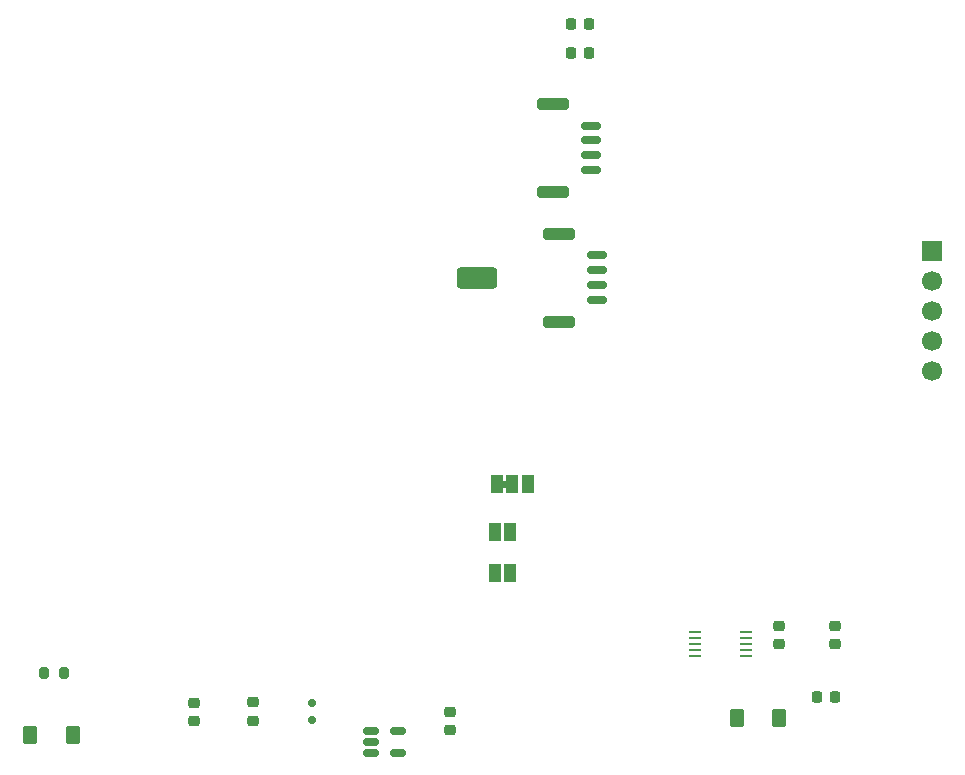
<source format=gbr>
%TF.GenerationSoftware,KiCad,Pcbnew,9.0.1+1*%
%TF.CreationDate,2025-10-02T16:49:50+00:00*%
%TF.ProjectId,TFI2CADC01,54464932-4341-4444-9330-312e6b696361,rev?*%
%TF.SameCoordinates,PX7cee6c0PY700e860*%
%TF.FileFunction,Copper,L1,Top*%
%TF.FilePolarity,Positive*%
%FSLAX46Y46*%
G04 Gerber Fmt 4.6, Leading zero omitted, Abs format (unit mm)*
G04 Created by KiCad (PCBNEW 9.0.1+1) date 2025-10-02 16:49:50*
%MOMM*%
%LPD*%
G01*
G04 APERTURE LIST*
G04 Aperture macros list*
%AMRoundRect*
0 Rectangle with rounded corners*
0 $1 Rounding radius*
0 $2 $3 $4 $5 $6 $7 $8 $9 X,Y pos of 4 corners*
0 Add a 4 corners polygon primitive as box body*
4,1,4,$2,$3,$4,$5,$6,$7,$8,$9,$2,$3,0*
0 Add four circle primitives for the rounded corners*
1,1,$1+$1,$2,$3*
1,1,$1+$1,$4,$5*
1,1,$1+$1,$6,$7*
1,1,$1+$1,$8,$9*
0 Add four rect primitives between the rounded corners*
20,1,$1+$1,$2,$3,$4,$5,0*
20,1,$1+$1,$4,$5,$6,$7,0*
20,1,$1+$1,$6,$7,$8,$9,0*
20,1,$1+$1,$8,$9,$2,$3,0*%
G04 Aperture macros list end*
%TA.AperFunction,EtchedComponent*%
%ADD10C,0.000000*%
%TD*%
%TA.AperFunction,SMDPad,CuDef*%
%ADD11RoundRect,0.150000X-0.512500X-0.150000X0.512500X-0.150000X0.512500X0.150000X-0.512500X0.150000X0*%
%TD*%
%TA.AperFunction,SMDPad,CuDef*%
%ADD12R,1.000000X1.500000*%
%TD*%
%TA.AperFunction,SMDPad,CuDef*%
%ADD13RoundRect,0.250000X-1.450000X-0.650000X1.450000X-0.650000X1.450000X0.650000X-1.450000X0.650000X0*%
%TD*%
%TA.AperFunction,SMDPad,CuDef*%
%ADD14RoundRect,0.218750X-0.256250X0.218750X-0.256250X-0.218750X0.256250X-0.218750X0.256250X0.218750X0*%
%TD*%
%TA.AperFunction,SMDPad,CuDef*%
%ADD15RoundRect,0.218750X-0.218750X-0.256250X0.218750X-0.256250X0.218750X0.256250X-0.218750X0.256250X0*%
%TD*%
%TA.AperFunction,SMDPad,CuDef*%
%ADD16RoundRect,0.150000X0.200000X-0.150000X0.200000X0.150000X-0.200000X0.150000X-0.200000X-0.150000X0*%
%TD*%
%TA.AperFunction,SMDPad,CuDef*%
%ADD17RoundRect,0.150000X-0.700000X0.150000X-0.700000X-0.150000X0.700000X-0.150000X0.700000X0.150000X0*%
%TD*%
%TA.AperFunction,SMDPad,CuDef*%
%ADD18RoundRect,0.250000X-1.100000X0.250000X-1.100000X-0.250000X1.100000X-0.250000X1.100000X0.250000X0*%
%TD*%
%TA.AperFunction,ComponentPad*%
%ADD19R,1.700000X1.700000*%
%TD*%
%TA.AperFunction,ComponentPad*%
%ADD20C,1.700000*%
%TD*%
%TA.AperFunction,SMDPad,CuDef*%
%ADD21RoundRect,0.218750X0.256250X-0.218750X0.256250X0.218750X-0.256250X0.218750X-0.256250X-0.218750X0*%
%TD*%
%TA.AperFunction,SMDPad,CuDef*%
%ADD22RoundRect,0.166667X0.458333X0.583333X-0.458333X0.583333X-0.458333X-0.583333X0.458333X-0.583333X0*%
%TD*%
%TA.AperFunction,SMDPad,CuDef*%
%ADD23RoundRect,0.166667X-0.458333X-0.583333X0.458333X-0.583333X0.458333X0.583333X-0.458333X0.583333X0*%
%TD*%
%TA.AperFunction,SMDPad,CuDef*%
%ADD24RoundRect,0.200000X-0.200000X-0.275000X0.200000X-0.275000X0.200000X0.275000X-0.200000X0.275000X0*%
%TD*%
%TA.AperFunction,SMDPad,CuDef*%
%ADD25R,1.100000X0.250000*%
%TD*%
G04 APERTURE END LIST*
D10*
%TA.AperFunction,EtchedComponent*%
%TO.C,JP1*%
G36*
X-11700000Y-2050000D02*
G01*
X-12200000Y-2050000D01*
X-12200000Y-1450000D01*
X-11700000Y-1450000D01*
X-11700000Y-2050000D01*
G37*
%TD.AperFunction*%
%TD*%
D11*
%TO.P,U1,1,VIN*%
%TO.N,+5V*%
X-23275000Y-22600000D03*
%TO.P,U1,2,GND*%
%TO.N,GND*%
X-23275000Y-23550000D03*
%TO.P,U1,3,EN*%
%TO.N,+5V*%
X-23275000Y-24500000D03*
%TO.P,U1,4,NC*%
%TO.N,unconnected-(U1-NC-Pad4)*%
X-21000000Y-24500000D03*
%TO.P,U1,5,VOUT*%
%TO.N,+3V3*%
X-21000000Y-22600000D03*
%TD*%
D12*
%TO.P,JP2,1,A*%
%TO.N,/ADDR*%
X-12750000Y-5750000D03*
%TO.P,JP2,2,B*%
%TO.N,/SDA*%
X-11450000Y-5750000D03*
%TD*%
D13*
%TO.P,J2,1,1*%
%TO.N,/ALERT{slash}RDY*%
X-14250000Y15750000D03*
%TD*%
D14*
%TO.P,C2,1*%
%TO.N,+5V*%
X-33250000Y-20212500D03*
%TO.P,C2,2*%
%TO.N,GND*%
X-33250000Y-21787500D03*
%TD*%
D15*
%TO.P,R3,1*%
%TO.N,+3V3*%
X-6362500Y34750000D03*
%TO.P,R3,2*%
%TO.N,/SDA*%
X-4787500Y34750000D03*
%TD*%
D12*
%TO.P,JP3,1,A*%
%TO.N,/ADDR*%
X-12750000Y-9300000D03*
%TO.P,JP3,2,B*%
%TO.N,/SCL*%
X-11450000Y-9300000D03*
%TD*%
D14*
%TO.P,C1,1*%
%TO.N,+5V*%
X-38250000Y-20237500D03*
%TO.P,C1,2*%
%TO.N,GND*%
X-38250000Y-21812500D03*
%TD*%
D16*
%TO.P,D2,1,K*%
%TO.N,+5V*%
X-28250000Y-20300000D03*
%TO.P,D2,2,A*%
%TO.N,GND*%
X-28250000Y-21700000D03*
%TD*%
D17*
%TO.P,J3,1*%
%TO.N,+5V*%
X-4150000Y17625000D03*
%TO.P,J3,2*%
%TO.N,/SCL*%
X-4150000Y16375000D03*
%TO.P,J3,3*%
%TO.N,/SDA*%
X-4150000Y15125000D03*
%TO.P,J3,4*%
%TO.N,GND*%
X-4150000Y13875000D03*
D18*
%TO.P,J3,MP*%
X-7350000Y19475000D03*
X-7350000Y12025000D03*
%TD*%
D19*
%TO.P,J1,1,Pin_1*%
%TO.N,GND*%
X24250000Y18000000D03*
D20*
%TO.P,J1,2,Pin_2*%
%TO.N,/AIN3*%
X24250000Y15460000D03*
%TO.P,J1,3,Pin_3*%
%TO.N,/AIN2*%
X24250000Y12920000D03*
%TO.P,J1,4,Pin_4*%
%TO.N,/AIN1*%
X24250000Y10380000D03*
%TO.P,J1,5,Pin_5*%
%TO.N,/AIN0*%
X24250000Y7840000D03*
%TD*%
D14*
%TO.P,C3,1*%
%TO.N,+3V3*%
X-16612500Y-21012500D03*
%TO.P,C3,2*%
%TO.N,GND*%
X-16612500Y-22587500D03*
%TD*%
%TO.P,C4,1*%
%TO.N,+3V3*%
X16000000Y-13712500D03*
%TO.P,C4,2*%
%TO.N,GND*%
X16000000Y-15287500D03*
%TD*%
D21*
%TO.P,C5,1*%
%TO.N,+3V3*%
X11250000Y-15287500D03*
%TO.P,C5,2*%
%TO.N,GND*%
X11250000Y-13712500D03*
%TD*%
D15*
%TO.P,R4,1*%
%TO.N,Net-(D3-A)*%
X14462500Y-19750000D03*
%TO.P,R4,2*%
%TO.N,+3V3*%
X16037500Y-19750000D03*
%TD*%
D22*
%TO.P,D3,1,K*%
%TO.N,/ALERT{slash}RDY*%
X11300000Y-21500000D03*
D23*
%TO.P,D3,2,A*%
%TO.N,Net-(D3-A)*%
X7700000Y-21500000D03*
%TD*%
D17*
%TO.P,J4,1*%
%TO.N,+5V*%
X-4650000Y28625000D03*
%TO.P,J4,2*%
%TO.N,/SCL*%
X-4650000Y27375000D03*
%TO.P,J4,3*%
%TO.N,/SDA*%
X-4650000Y26125000D03*
%TO.P,J4,4*%
%TO.N,GND*%
X-4650000Y24875000D03*
D18*
%TO.P,J4,MP*%
X-7850000Y30475000D03*
X-7850000Y23025000D03*
%TD*%
D12*
%TO.P,JP1,1,A*%
%TO.N,/ADDR*%
X-12600000Y-1750000D03*
%TO.P,JP1,2,C*%
%TO.N,GND*%
X-11300000Y-1750000D03*
%TO.P,JP1,3,B*%
%TO.N,+3V3*%
X-10000000Y-1750000D03*
%TD*%
D15*
%TO.P,R2,1*%
%TO.N,+3V3*%
X-6362500Y37260000D03*
%TO.P,R2,2*%
%TO.N,/SCL*%
X-4787500Y37260000D03*
%TD*%
D24*
%TO.P,R1,1*%
%TO.N,+5V*%
X-50912500Y-17750000D03*
%TO.P,R1,2*%
%TO.N,Net-(D1-A)*%
X-49262500Y-17750000D03*
%TD*%
D22*
%TO.P,D1,1,K*%
%TO.N,GND*%
X-48500000Y-23000000D03*
D23*
%TO.P,D1,2,A*%
%TO.N,Net-(D1-A)*%
X-52100000Y-23000000D03*
%TD*%
D25*
%TO.P,U3,1,ADDR*%
%TO.N,/ADDR*%
X4200000Y-14250000D03*
%TO.P,U3,2,ALERT/RDY*%
%TO.N,/ALERT{slash}RDY*%
X4200000Y-14750000D03*
%TO.P,U3,3,GND*%
%TO.N,GND*%
X4200000Y-15250000D03*
%TO.P,U3,4,AIN0*%
%TO.N,/AIN0*%
X4200000Y-15750000D03*
%TO.P,U3,5,AIN1*%
%TO.N,/AIN1*%
X4200000Y-16250000D03*
%TO.P,U3,6,AIN2*%
%TO.N,/AIN2*%
X8500000Y-16250000D03*
%TO.P,U3,7,AIN3*%
%TO.N,/AIN3*%
X8500000Y-15750000D03*
%TO.P,U3,8,VDD*%
%TO.N,+3V3*%
X8500000Y-15250000D03*
%TO.P,U3,9,SDA*%
%TO.N,/SDA*%
X8500000Y-14750000D03*
%TO.P,U3,10,SCL*%
%TO.N,/SCL*%
X8500000Y-14250000D03*
%TD*%
M02*

</source>
